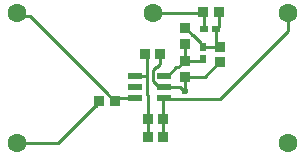
<source format=gtl>
G04*
G04 #@! TF.GenerationSoftware,Altium Limited,Altium Designer,20.1.12 (249)*
G04*
G04 Layer_Physical_Order=1*
G04 Layer_Color=255*
%FSLAX44Y44*%
%MOMM*%
G71*
G04*
G04 #@! TF.SameCoordinates,1844C3CC-A0EC-40E1-9444-F8D5987F7045*
G04*
G04*
G04 #@! TF.FilePolarity,Positive*
G04*
G01*
G75*
%ADD12R,0.9400X0.8300*%
%ADD13R,0.6000X0.8000*%
%ADD14R,0.8000X0.6000*%
%ADD15R,0.8300X0.9400*%
%ADD16R,1.2000X0.6000*%
%ADD24C,0.2540*%
%ADD25C,1.6000*%
%ADD26C,0.6000*%
D12*
X157750Y116850D02*
D03*
Y103650D02*
D03*
X157743Y76108D02*
D03*
Y89307D02*
D03*
X187235Y101350D02*
D03*
Y88150D02*
D03*
D13*
X172493Y101250D02*
D03*
Y91250D02*
D03*
D14*
X173493Y116292D02*
D03*
X183493D02*
D03*
D15*
X123400Y95000D02*
D03*
X136600D02*
D03*
X139100Y25065D02*
D03*
X125900D02*
D03*
X139100Y40507D02*
D03*
X125900D02*
D03*
X84607Y55000D02*
D03*
X97808D02*
D03*
X172642Y131035D02*
D03*
X185842D02*
D03*
D16*
X140000Y58000D02*
D03*
Y67500D02*
D03*
Y77000D02*
D03*
X115000D02*
D03*
Y67500D02*
D03*
Y58000D02*
D03*
D24*
X157192Y89307D02*
X157743D01*
X151952Y84067D02*
X157192Y89307D01*
X150068Y84067D02*
X151952D01*
X143000Y77000D02*
X150068Y84067D01*
X140000Y77000D02*
X143000D01*
X185842Y118022D02*
Y131035D01*
X184112Y116292D02*
X185842Y118022D01*
X183493Y116292D02*
X184112D01*
X171607Y130000D02*
X172642Y131035D01*
X130000Y130000D02*
X171607D01*
X173493Y116292D02*
Y130185D01*
X172642Y131035D02*
X173493Y130185D01*
X186685Y101350D02*
X187235D01*
X183805Y104230D02*
X186685Y101350D01*
X183805Y104230D02*
Y104780D01*
X183493Y105092D02*
X183805Y104780D01*
X183493Y105092D02*
Y116292D01*
X157750Y116850D02*
X158300D01*
X163540Y111610D01*
X164028D01*
X170763Y104876D01*
Y102980D02*
Y104876D01*
Y102980D02*
X172493Y101250D01*
X157750Y89315D02*
Y103650D01*
X157743Y89307D02*
X157750Y89315D01*
X172493Y101250D02*
X187135D01*
X187235Y101350D01*
X157743Y89307D02*
X170763D01*
X172493Y91038D01*
Y91250D01*
X157743Y76108D02*
X174643D01*
X186685Y88150D01*
X187235D01*
X157743Y76108D02*
X157750Y76100D01*
Y64250D02*
Y76100D01*
X140000Y67500D02*
X153564D01*
X156814Y64250D01*
X157750D01*
X136600Y86490D02*
Y95000D01*
X134144Y84034D02*
X136600Y86490D01*
X132646Y84034D02*
X134144D01*
X130190Y81578D02*
X132646Y84034D01*
X130190Y72422D02*
Y81578D01*
Y72422D02*
X133382Y69230D01*
X138270D01*
X140000Y67500D01*
X187440Y57440D02*
X245000Y115000D01*
X140560Y57440D02*
X187440D01*
X140000Y58000D02*
X140560Y57440D01*
X245000Y115000D02*
Y130000D01*
X84607Y54450D02*
Y55000D01*
X81728Y51570D02*
X84607Y54450D01*
X81178Y51570D02*
X81728D01*
X49608Y20000D02*
X81178Y51570D01*
X15000Y20000D02*
X49608D01*
X125900Y25065D02*
Y60074D01*
X123900Y77000D02*
X125110Y75790D01*
X123400Y95000D02*
X125110Y93290D01*
Y60864D02*
Y93290D01*
Y60864D02*
X125900Y60074D01*
X97808Y55120D02*
Y55550D01*
Y55000D02*
Y55120D01*
X92568Y60790D02*
X97808Y55550D01*
X92568Y60790D02*
Y61278D01*
X26421Y127424D02*
X92568Y61278D01*
X17576Y127424D02*
X26421D01*
X15000Y130000D02*
X17576Y127424D01*
X100688Y58000D02*
X115000D01*
X97808Y55120D02*
X100688Y58000D01*
X115000Y77000D02*
X123900D01*
X139100Y25065D02*
Y40507D01*
Y57100D01*
X140000Y58000D01*
D25*
X15000Y130000D02*
D03*
Y20000D02*
D03*
X245000D02*
D03*
Y130000D02*
D03*
X130000D02*
D03*
D26*
X157750Y64250D02*
D03*
M02*

</source>
